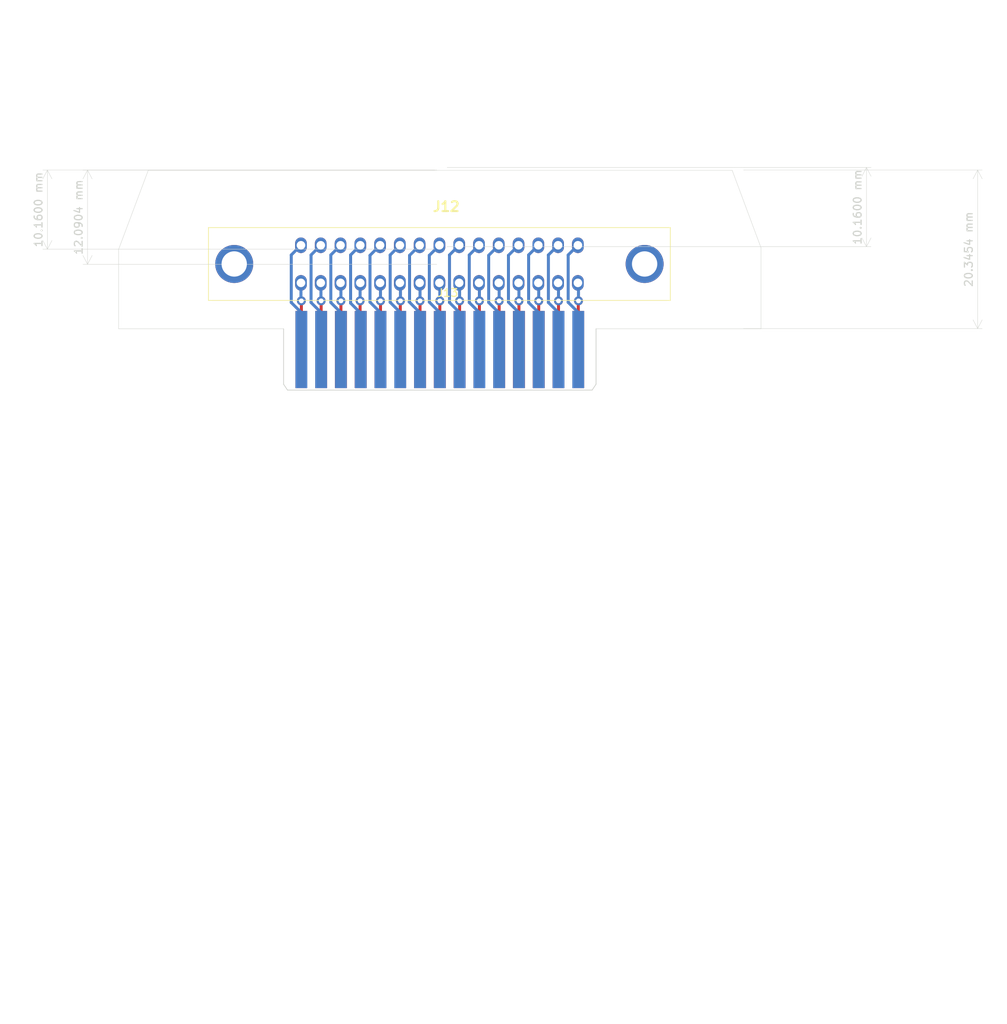
<source format=kicad_pcb>
(kicad_pcb (version 20221018) (generator pcbnew)
  (title_block (title "Portable Colecovision") (date "2024-01-03") (rev "DEV") (company "sparkletron") (comment 1 "Jay Convertino") (comment 2 "MIT LICENSE"))
  (layers (0 "F.Cu" signal) (31 "B.Cu" signal) (34 "B.Paste" user) (35 "F.Paste" user) (36 "B.SilkS" user "B.Silkscreen") (37 "F.SilkS" user "F.Silkscreen") (38 "B.Mask" user) (39 "F.Mask" user) (44 "Edge.Cuts" user))
  (net 0 "")
  (net 1 "Net-(J12-Pin_1)")
  (net 2 "Net-(J12-Pin_2)")
  (net 3 "Net-(J12-Pin_3)")
  (net 4 "Net-(J12-Pin_4)")
  (net 5 "Net-(J12-Pin_5)")
  (net 6 "Net-(J12-Pin_6)")
  (net 7 "Net-(J12-Pin_7)")
  (net 8 "Net-(J12-Pin_8)")
  (net 9 "Net-(J12-Pin_9)")
  (net 10 "Net-(J12-Pin_10)")
  (net 11 "Net-(J12-Pin_11)")
  (net 12 "Net-(J12-Pin_12)")
  (net 13 "Net-(J12-Pin_13)")
  (net 14 "Net-(J12-Pin_14)")
  (net 15 "Net-(J12-Pin_15)")
  (net 16 "Net-(J12-Pin_16)")
  (net 17 "Net-(J12-Pin_17)")
  (net 18 "Net-(J12-Pin_18)")
  (net 19 "Net-(J12-Pin_19)")
  (net 20 "Net-(J12-Pin_20)")
  (net 21 "Net-(J12-Pin_21)")
  (net 22 "Net-(J12-Pin_22)")
  (net 23 "Net-(J12-Pin_23)")
  (net 24 "Net-(J12-Pin_24)")
  (net 25 "Net-(J12-Pin_25)")
  (net 26 "Net-(J12-Pin_26)")
  (net 27 "Net-(J12-Pin_27)")
  (net 28 "Net-(J12-Pin_28)")
  (net 29 "Net-(J12-Pin_29)")
  (net 30 "Net-(J12-Pin_30)")
  (footprint "TE_5530841-2:55308412_coleco" (layer "F.Cu") (at 108.6866 133.2096 180)
    (fp_text reference "J12" (at -18.6588 9.791) (layer "F.SilkS") (effects (font (size 1.27 1.27) (thickness 0.254))))
    (fp_text value "Cartridge Port" hide)
    (fp_line (start -47.435 -2.25) (end -47.435 7.1) (stroke (width 0.1)) (layer "F.SilkS"))
    (fp_line (start -47.435 7.1) (end 11.875 7.1) (stroke (width 0.1)) (layer "F.SilkS"))
    (fp_line (start 11.875 -2.25) (end -47.435 -2.25) (stroke (width 0.1)) (layer "F.SilkS"))
    (fp_line (start 11.875 7.1) (end 11.875 -2.25) (stroke (width 0.1)) (layer "F.SilkS"))
    (pad "1" thru_hole oval (at 0 4.826 180) (size 1.5 2) (drill 1.1) (layers "*.Cu" "*.Mask") (net 1 "Net-(J12-Pin_1)"))
    (pad "2" thru_hole oval (at 0 0 180) (size 1.5 2) (drill 1.1) (layers "*.Cu" "*.Mask") (net 2 "Net-(J12-Pin_2)"))
    (pad "3" thru_hole oval (at -2.54 4.826 180) (size 1.5 2) (drill 1.1) (layers "*.Cu" "*.Mask") (net 3 "Net-(J12-Pin_3)"))
    (pad "4" thru_hole oval (at -2.54 0 180) (size 1.5 2) (drill 1.1) (layers "*.Cu" "*.Mask") (net 4 "Net-(J12-Pin_4)"))
    (pad "5" thru_hole oval (at -5.08 4.826 180) (size 1.5 2) (drill 1.1) (layers "*.Cu" "*.Mask") (net 5 "Net-(J12-Pin_5)"))
    (pad "6" thru_hole oval (at -5.08 0 180) (size 1.5 2) (drill 1.1) (layers "*.Cu" "*.Mask") (net 6 "Net-(J12-Pin_6)"))
    (pad "7" thru_hole oval (at -7.62 4.826 180) (size 1.5 2) (drill 1.1) (layers "*.Cu" "*.Mask") (net 7 "Net-(J12-Pin_7)"))
    (pad "8" thru_hole oval (at -7.62 0 180) (size 1.5 2) (drill 1.1) (layers "*.Cu" "*.Mask") (net 8 "Net-(J12-Pin_8)"))
    (pad "9" thru_hole oval (at -10.16 4.826 180) (size 1.5 2) (drill 1.1) (layers "*.Cu" "*.Mask") (net 9 "Net-(J12-Pin_9)"))
    (pad "10" thru_hole oval (at -10.16 0 180) (size 1.5 2) (drill 1.1) (layers "*.Cu" "*.Mask") (net 10 "Net-(J12-Pin_10)"))
    (pad "11" thru_hole oval (at -12.7 4.826 180) (size 1.5 2) (drill 1.1) (layers "*.Cu" "*.Mask") (net 11 "Net-(J12-Pin_11)"))
    (pad "12" thru_hole oval (at -12.7 0 180) (size 1.5 2) (drill 1.1) (layers "*.Cu" "*.Mask") (net 12 "Net-(J12-Pin_12)"))
    (pad "13" thru_hole oval (at -15.24 4.826 180) (size 1.5 2) (drill 1.1) (layers "*.Cu" "*.Mask") (net 13 "Net-(J12-Pin_13)"))
    (pad "14" thru_hole oval (at -15.24 0 180) (size 1.5 2) (drill 1.1) (layers "*.Cu" "*.Mask") (net 14 "Net-(J12-Pin_14)"))
    (pad "15" thru_hole oval (at -17.78 4.826 180) (size 1.5 2) (drill 1.1) (layers "*.Cu" "*.Mask") (net 15 "Net-(J12-Pin_15)"))
    (pad "16" thru_hole oval (at -17.78 0 180) (size 1.5 2) (drill 1.1) (layers "*.Cu" "*.Mask") (net 16 "Net-(J12-Pin_16)"))
    (pad "17" thru_hole oval (at -20.32 4.826 180) (size 1.5 2) (drill 1.1) (layers "*.Cu" "*.Mask") (net 17 "Net-(J12-Pin_17)"))
    (pad "18" thru_hole oval (at -20.32 0 180) (size 1.5 2) (drill 1.1) (layers "*.Cu" "*.Mask") (net 18 "Net-(J12-Pin_18)"))
    (pad "19" thru_hole oval (at -22.86 4.826 180) (size 1.5 2) (drill 1.1) (layers "*.Cu" "*.Mask") (net 19 "Net-(J12-Pin_19)"))
    (pad "20" thru_hole oval (at -22.86 0 180) (size 1.5 2) (drill 1.1) (layers "*.Cu" "*.Mask") (net 20 "Net-(J12-Pin_20)"))
    (pad "21" thru_hole oval (at -25.4 4.826 180) (size 1.5 2) (drill 1.1) (layers "*.Cu" "*.Mask") (net 21 "Net-(J12-Pin_21)"))
    (pad "22" thru_hole oval (at -25.4 0 180) (size 1.5 2) (drill 1.1) (layers "*.Cu" "*.Mask") (net 22 "Net-(J12-Pin_22)"))
    (pad "23" thru_hole oval (at -27.94 4.826 180) (size 1.5 2) (drill 1.1) (layers "*.Cu" "*.Mask") (net 23 "Net-(J12-Pin_23)"))
    (pad "24" thru_hole oval (at -27.94 0 180) (size 1.5 2) (drill 1.1) (layers "*.Cu" "*.Mask") (net 24 "Net-(J12-Pin_24)"))
    (pad "25" thru_hole oval (at -30.48 4.826 180) (size 1.5 2) (drill 1.1) (layers "*.Cu" "*.Mask") (net 25 "Net-(J12-Pin_25)"))
    (pad "26" thru_hole oval (at -30.48 0 180) (size 1.5 2) (drill 1.1) (layers "*.Cu" "*.Mask") (net 26 "Net-(J12-Pin_26)"))
    (pad "27" thru_hole oval (at -33.02 4.826 180) (size 1.5 2) (drill 1.1) (layers "*.Cu" "*.Mask") (net 27 "Net-(J12-Pin_27)"))
    (pad "28" thru_hole oval (at -33.02 0 180) (size 1.5 2) (drill 1.1) (layers "*.Cu" "*.Mask") (net 28 "Net-(J12-Pin_28)"))
    (pad "29" thru_hole oval (at -35.56 4.826 180) (size 1.5 2) (drill 1.1) (layers "*.Cu" "*.Mask") (net 29 "Net-(J12-Pin_29)"))
    (pad "30" thru_hole oval (at -35.56 0 180) (size 1.5 2) (drill 1.1) (layers "*.Cu" "*.Mask") (net 30 "Net-(J12-Pin_30)"))
    (pad "MH1" thru_hole circle (at 8.57 2.425 180) (size 4.875 4.875) (drill 3.25) (layers "*.Cu" "*.Mask"))
    (pad "MH2" thru_hole circle (at -44.13 2.425 180) (size 4.875 4.875) (drill 3.25) (layers "*.Cu" "*.Mask"))
  )
  (footprint "logos:sparkletron" (layer "F.Cu") (at 138.3842 226.960062)
    (fp_text reference "S1" hide)
    (fp_text value "sparkletron" hide)
  )
  (footprint "Connector_PCBEdge_EXT:Colecovision_Cartridge" (layer "F.Cu") (at 104.9274 143.6744)
    (fp_text reference "J13" (at 22.5958 -9.1814) (layer "F.SilkS"))
    (fp_text value "Cartridge Connector")
    (fp_line (start 1.524 2.54) (end 1.524 -4.572) (stroke (width 0.1)) (layer "Edge.Cuts"))
    (fp_line (start 2.032 3.302) (end 1.524 2.54) (stroke (width 0.1)) (layer "Edge.Cuts"))
    (fp_line (start 41.148 3.302) (end 2.032 3.302) (stroke (width 0.1)) (layer "Edge.Cuts"))
    (fp_line (start 41.656 -4.572) (end 41.656 2.54) (stroke (width 0.1)) (layer "Edge.Cuts"))
    (fp_line (start 41.656 2.54) (end 41.148 3.302) (stroke (width 0.1)) (layer "Edge.Cuts"))
    (pad "1" connect rect (at 3.81 -1.905) (size 1.524 9.906) (layers "B.Cu" "B.Mask") (net 1 "Net-(J12-Pin_1)"))
    (pad "2" connect rect (at 3.81 -1.905) (size 1.524 9.906) (layers "F.Cu" "F.Mask") (net 2 "Net-(J12-Pin_2)"))
    (pad "3" connect rect (at 6.35 -1.905) (size 1.524 9.906) (layers "B.Cu" "B.Mask") (net 3 "Net-(J12-Pin_3)"))
    (pad "4" connect rect (at 6.35 -1.905) (size 1.524 9.906) (layers "F.Cu" "F.Mask") (net 4 "Net-(J12-Pin_4)"))
    (pad "5" connect rect (at 8.89 -1.905) (size 1.524 9.906) (layers "B.Cu" "B.Mask") (net 5 "Net-(J12-Pin_5)"))
    (pad "6" connect rect (at 8.89 -1.905) (size 1.524 9.906) (layers "F.Cu" "F.Mask") (net 6 "Net-(J12-Pin_6)"))
    (pad "7" connect rect (at 11.43 -1.905) (size 1.524 9.906) (layers "B.Cu" "B.Mask") (net 7 "Net-(J12-Pin_7)"))
    (pad "8" connect rect (at 11.43 -1.905) (size 1.524 9.906) (layers "F.Cu" "F.Mask") (net 8 "Net-(J12-Pin_8)"))
    (pad "9" connect rect (at 13.97 -1.905) (size 1.524 9.906) (layers "B.Cu" "B.Mask") (net 9 "Net-(J12-Pin_9)"))
    (pad "10" connect rect (at 13.97 -1.905) (size 1.524 9.906) (layers "F.Cu" "F.Mask") (net 10 "Net-(J12-Pin_10)"))
    (pad "11" connect rect (at 16.51 -1.905) (size 1.524 9.906) (layers "B.Cu" "B.Mask") (net 11 "Net-(J12-Pin_11)"))
    (pad "12" connect rect (at 16.51 -1.905) (size 1.524 9.906) (layers "F.Cu" "F.Mask") (net 12 "Net-(J12-Pin_12)"))
    (pad "13" connect rect (at 19.05 -1.905) (size 1.524 9.906) (layers "B.Cu" "B.Mask") (net 13 "Net-(J12-Pin_13)"))
    (pad "14" connect rect (at 19.05 -1.905) (size 1.524 9.906) (layers "F.Cu" "F.Mask") (net 14 "Net-(J12-Pin_14)"))
    (pad "15" connect rect (at 21.59 -1.905) (size 1.524 9.906) (layers "B.Cu" "B.Mask") (net 15 "Net-(J12-Pin_15)"))
    (pad "16" connect rect (at 21.59 -1.905) (size 1.524 9.906) (layers "F.Cu" "F.Mask") (net 16 "Net-(J12-Pin_16)"))
    (pad "17" connect rect (at 24.13 -1.905) (size 1.524 9.906) (layers "B.Cu" "B.Mask") (net 17 "Net-(J12-Pin_17)"))
    (pad "18" connect rect (at 24.13 -1.905) (size 1.524 9.906) (layers "F.Cu" "F.Mask") (net 18 "Net-(J12-Pin_18)"))
    (pad "19" connect rect (at 26.67 -1.905) (size 1.524 9.906) (layers "B.Cu" "B.Mask") (net 19 "Net-(J12-Pin_19)"))
    (pad "20" connect rect (at 26.67 -1.905) (size 1.524 9.906) (layers "F.Cu" "F.Mask") (net 20 "Net-(J12-Pin_20)"))
    (pad "21" connect rect (at 29.21 -1.905) (size 1.524 9.906) (layers "B.Cu" "B.Mask") (net 21 "Net-(J12-Pin_21)"))
    (pad "22" connect rect (at 29.21 -1.905) (size 1.524 9.906) (layers "F.Cu" "F.Mask") (net 22 "Net-(J12-Pin_22)"))
    (pad "23" connect rect (at 31.75 -1.905) (size 1.524 9.906) (layers "B.Cu" "B.Mask") (net 23 "Net-(J12-Pin_23)"))
    (pad "24" connect rect (at 31.75 -1.905) (size 1.524 9.906) (layers "F.Cu" "F.Mask") (net 24 "Net-(J12-Pin_24)"))
    (pad "25" connect rect (at 34.29 -1.905) (size 1.524 9.906) (layers "B.Cu" "B.Mask") (net 25 "Net-(J12-Pin_25)"))
    (pad "26" connect rect (at 34.29 -1.905) (size 1.524 9.906) (layers "F.Cu" "F.Mask") (net 26 "Net-(J12-Pin_26)"))
    (pad "27" connect rect (at 36.83 -1.905) (size 1.524 9.906) (layers "B.Cu" "B.Mask") (net 27 "Net-(J12-Pin_27)"))
    (pad "28" connect rect (at 36.83 -1.905) (size 1.524 9.906) (layers "F.Cu" "F.Mask") (net 28 "Net-(J12-Pin_28)"))
    (pad "29" connect rect (at 39.37 -1.905) (size 1.524 9.906) (layers "B.Cu" "B.Mask") (net 29 "Net-(J12-Pin_29)"))
    (pad "30" connect rect (at 39.37 -1.905) (size 1.524 9.906) (layers "F.Cu" "F.Mask") (net 30 "Net-(J12-Pin_30)"))
  )
  (gr_line (start 106.4514 139.1024) (end 85.2678 139.1024) (stroke (width 0.05)) (layer "Edge.Cuts"))
  (gr_line (start 89.0778 118.757) (end 164.0586 118.757) (stroke (width 0.05)) (layer "Edge.Cuts"))
  (gr_line (start 85.2678 128.917) (end 89.0778 118.757) (stroke (width 0.05)) (layer "Edge.Cuts"))
  (gr_line (start 85.2678 139.1024) (end 85.2678 128.917) (stroke (width 0.05)) (layer "Edge.Cuts"))
  (gr_line (start 164.0586 118.757) (end 167.767 128.7138) (stroke (width 0.05)) (layer "Edge.Cuts"))
  (gr_line (start 146.5834 139.1024) (end 167.767 139.1024) (stroke (width 0.05)) (layer "Edge.Cuts"))
  (gr_line (start 167.767 139.1024) (end 167.767 128.7138) (stroke (width 0.05)) (layer "Edge.Cuts"))
  (dimension (type aligned) (layer "Edge.Cuts") (pts (xy 126.3498 118.7316) (xy 126.3498 128.8916)) (height 50.226) (gr_text "400.0000 mils" (at 74.9738 123.8116 90) (layer "Edge.Cuts") (effects (font (size 1 1) (thickness 0.15)))) (format (prefix "") (suffix "") (units 3) (units_format 1) (precision 4)) (style (thickness 0.05) (arrow_length 1.27) (text_position_mode 0) (extension_height 0.58642) (extension_offset 0.5) keep_text_aligned))
  (dimension (type aligned) (layer "Edge.Cuts") (pts (xy 126.6292 130.822) (xy 126.6292 118.7316)) (height -45.3492) (gr_text "476.0000 mils" (at 80.13 124.7768 90) (layer "Edge.Cuts") (effects (font (size 1 1) (thickness 0.15)))) (format (prefix "") (suffix "") (units 3) (units_format 1) (precision 4)) (style (thickness 0.05) (arrow_length 1.27) (text_position_mode 0) (extension_height 0.58642) (extension_offset 0.5) keep_text_aligned))
  (dimension (type aligned) (layer "Edge.Cuts") (pts (xy 165.0238 139.077) (xy 165.0238 118.7316)) (height 30.5562) (gr_text "801.0000 mils" (at 194.43 128.9043 90) (layer "Edge.Cuts") (effects (font (size 1 1) (thickness 0.15)))) (format (prefix "") (suffix "") (units 3) (units_format 1) (precision 4)) (style (thickness 0.05) (arrow_length 1.27) (text_position_mode 0) (extension_height 0.58642) (extension_offset 0.5) keep_text_aligned))
  (dimension (type aligned) (layer "Edge.Cuts") (pts (xy 126.9492 118.4014) (xy 126.9492 128.5614)) (height -54.356) (gr_text "400.0000 mils" (at 180.1552 123.4814 90) (layer "Edge.Cuts") (effects (font (size 1 1) (thickness 0.15)))) (format (prefix "") (suffix "") (units 3) (units_format 1) (precision 4)) (style (thickness 0.05) (arrow_length 1.27) (text_position_mode 0) (extension_height 0.58642) (extension_offset 0.5) keep_text_aligned))
  (segment (start 107.4413 129.6289) (end 108.6866 128.3836) (width 0.381) (layer "B.Cu") (net 1))
  (segment (start 107.4413 135.733584) (end 107.4413 129.6289) (width 0.381) (layer "B.Cu") (net 1))
  (segment (start 108.7374 141.7694) (end 108.7374 137.029684) (width 0.381) (layer "B.Cu") (net 1))
  (segment (start 108.7374 137.029684) (end 107.4413 135.733584) (width 0.381) (layer "B.Cu") (net 1))
  (segment (start 108.7374 135.6988) (end 108.6866 135.648) (width 0.381) (layer "F.Cu") (net 2))
  (segment (start 108.7374 141.7694) (end 108.7374 135.6988) (width 0.381) (layer "F.Cu") (net 2))
  (via (at 108.7374 135.521) (size 1.143) (drill 0.6096) (layers "F.Cu" "B.Cu") (net 2))
  (segment (start 108.6866 135.648) (end 108.6866 133.2096) (width 0.381) (layer "B.Cu") (net 2))
  (segment (start 111.2774 137.029684) (end 109.9813 135.733584) (width 0.381) (layer "B.Cu") (net 3))
  (segment (start 109.9813 129.6289) (end 111.2266 128.3836) (width 0.381) (layer "B.Cu") (net 3))
  (segment (start 109.9813 135.733584) (end 109.9813 129.6289) (width 0.381) (layer "B.Cu") (net 3))
  (segment (start 111.2774 141.7694) (end 111.2774 137.029684) (width 0.381) (layer "B.Cu") (net 3))
  (segment (start 111.2774 135.5972) (end 111.252 135.5718) (width 0.381) (layer "F.Cu") (net 4))
  (segment (start 111.2774 141.7694) (end 111.2774 135.5972) (width 0.381) (layer "F.Cu") (net 4))
  (via (at 111.2774 135.521) (size 1.143) (drill 0.6096) (layers "F.Cu" "B.Cu") (net 4))
  (segment (start 111.252 135.5718) (end 111.252 133.235) (width 0.381) (layer "B.Cu") (net 4))
  (segment (start 111.252 133.235) (end 111.2266 133.2096) (width 0.381) (layer "B.Cu") (net 4))
  (segment (start 112.5213 129.6289) (end 113.7666 128.3836) (width 0.381) (layer "B.Cu") (net 5))
  (segment (start 112.5213 135.733584) (end 112.5213 129.6289) (width 0.381) (layer "B.Cu") (net 5))
  (segment (start 113.8174 137.029684) (end 112.5213 135.733584) (width 0.381) (layer "B.Cu") (net 5))
  (segment (start 113.8174 141.7694) (end 113.8174 137.029684) (width 0.381) (layer "B.Cu") (net 5))
  (segment (start 113.8174 141.7694) (end 113.8174 135.5972) (width 0.381) (layer "F.Cu") (net 6))
  (via (at 113.8174 135.521) (size 1.143) (drill 0.6096) (layers "F.Cu" "B.Cu") (net 6))
  (segment (start 113.8174 133.2604) (end 113.7666 133.2096) (width 0.381) (layer "B.Cu") (net 6))
  (segment (start 113.8174 135.5972) (end 113.8174 133.2604) (width 0.381) (layer "B.Cu") (net 6))
  (segment (start 115.0613 135.809784) (end 115.0613 129.6289) (width 0.381) (layer "B.Cu") (net 7))
  (segment (start 116.3574 141.7694) (end 116.3574 137.105884) (width 0.381) (layer "B.Cu") (net 7))
  (segment (start 115.0613 129.6289) (end 116.3066 128.3836) (width 0.381) (layer "B.Cu") (net 7))
  (segment (start 116.3574 137.105884) (end 115.0613 135.809784) (width 0.381) (layer "B.Cu") (net 7))
  (segment (start 116.2812 141.7694) (end 116.2812 135.7242) (width 0.381) (layer "F.Cu") (net 8))
  (segment (start 116.3574 135.7242) (end 116.2812 135.648) (width 0.381) (layer "F.Cu") (net 8))
  (via (at 116.2812 135.521) (size 1.143) (drill 0.6096) (layers "F.Cu" "B.Cu") (net 8))
  (segment (start 116.2812 135.648) (end 116.2812 133.235) (width 0.381) (layer "B.Cu") (net 8))
  (segment (start 116.2812 133.235) (end 116.3066 133.2096) (width 0.381) (layer "B.Cu") (net 8))
  (segment (start 117.5519 135.684184) (end 117.5519 129.6783) (width 0.381) (layer "B.Cu") (net 9))
  (segment (start 117.5519 129.6783) (end 118.8466 128.3836) (width 0.381) (layer "B.Cu") (net 9))
  (segment (start 118.8974 141.7694) (end 118.8974 137.029684) (width 0.381) (layer "B.Cu") (net 9))
  (segment (start 118.8974 137.029684) (end 117.5519 135.684184) (width 0.381) (layer "B.Cu") (net 9))
  (segment (start 118.8974 141.7694) (end 118.8974 135.5972) (width 0.381) (layer "F.Cu") (net 10))
  (via (at 118.8974 135.521) (size 1.143) (drill 0.6096) (layers "F.Cu" "B.Cu") (net 10))
  (segment (start 118.8974 133.2604) (end 118.8466 133.2096) (width 0.381) (layer "B.Cu") (net 10))
  (segment (start 118.8974 135.5972) (end 118.8974 133.2604) (width 0.381) (layer "B.Cu") (net 10))
  (segment (start 120.1413 129.6289) (end 121.3866 128.3836) (width 0.381) (layer "B.Cu") (net 11))
  (segment (start 121.4374 137.004284) (end 120.1413 135.708184) (width 0.381) (layer "B.Cu") (net 11))
  (segment (start 120.1413 135.708184) (end 120.1413 129.6289) (width 0.381) (layer "B.Cu") (net 11))
  (segment (start 121.4374 141.7694) (end 121.4374 137.004284) (width 0.381) (layer "B.Cu") (net 11))
  (segment (start 121.4374 141.7694) (end 121.4374 135.5464) (width 0.381) (layer "F.Cu") (net 12))
  (segment (start 121.4374 135.5464) (end 121.4628 135.521) (width 0.381) (layer "F.Cu") (net 12))
  (via (at 121.4628 135.521) (size 1.143) (drill 0.6096) (layers "F.Cu" "B.Cu") (net 12))
  (segment (start 121.4628 133.2858) (end 121.3866 133.2096) (width 0.381) (layer "B.Cu") (net 12))
  (segment (start 121.4628 135.521) (end 121.4628 133.2858) (width 0.381) (layer "B.Cu") (net 12))
  (segment (start 122.5804 135.648) (end 122.6319 135.5965) (width 0.381) (layer "B.Cu") (net 13))
  (segment (start 123.9774 141.7694) (end 123.9774 137.045) (width 0.381) (layer "B.Cu") (net 13))
  (segment (start 123.9774 137.045) (end 122.5804 135.648) (width 0.381) (layer "B.Cu") (net 13))
  (segment (start 122.6319 129.6783) (end 123.9266 128.3836) (width 0.381) (layer "B.Cu") (net 13))
  (segment (start 122.6319 135.5965) (end 122.6319 129.6783) (width 0.381) (layer "B.Cu") (net 13))
  (segment (start 123.9774 141.7694) (end 123.9774 135.5718) (width 0.381) (layer "F.Cu") (net 14))
  (via (at 123.9774 135.521) (size 1.143) (drill 0.6096) (layers "F.Cu" "B.Cu") (net 14))
  (segment (start 123.9774 135.5718) (end 123.9774 133.2604) (width 0.381) (layer "B.Cu") (net 14))
  (segment (start 123.9774 133.2604) (end 123.9266 133.2096) (width 0.381) (layer "B.Cu") (net 14))
  (segment (start 126.5174 137.029684) (end 125.1719 135.684184) (width 0.381) (layer "B.Cu") (net 15))
  (segment (start 125.1719 135.684184) (end 125.1719 129.6783) (width 0.381) (layer "B.Cu") (net 15))
  (segment (start 126.5174 141.7694) (end 126.5174 137.029684) (width 0.381) (layer "B.Cu") (net 15))
  (segment (start 125.1719 129.6783) (end 126.4666 128.3836) (width 0.381) (layer "B.Cu") (net 15))
  (segment (start 126.5174 141.7694) (end 126.5174 135.521) (width 0.381) (layer "F.Cu") (net 16))
  (via (at 126.5174 135.521) (size 1.143) (drill 0.6096) (layers "F.Cu" "B.Cu") (net 16))
  (segment (start 126.5174 135.521) (end 126.5174 133.2604) (width 0.381) (layer "B.Cu") (net 16))
  (segment (start 126.5174 133.2604) (end 126.4666 133.2096) (width 0.381) (layer "B.Cu") (net 16))
  (segment (start 129.0574 141.7694) (end 129.0574 137.029684) (width 0.381) (layer "B.Cu") (net 17))
  (segment (start 129.0574 137.029684) (end 127.7613 135.733584) (width 0.381) (layer "B.Cu") (net 17))
  (segment (start 127.7613 129.6289) (end 129.0066 128.3836) (width 0.381) (layer "B.Cu") (net 17))
  (segment (start 127.7613 135.733584) (end 127.7613 129.6289) (width 0.381) (layer "B.Cu") (net 17))
  (segment (start 129.0574 141.7694) (end 129.0574 135.5464) (width 0.381) (layer "F.Cu") (net 18))
  (via (at 129.0574 135.521) (size 1.143) (drill 0.6096) (layers "F.Cu" "B.Cu") (net 18))
  (segment (start 129.0574 135.5464) (end 129.0574 133.2604) (width 0.381) (layer "B.Cu") (net 18))
  (segment (start 129.0574 133.2604) (end 129.0066 133.2096) (width 0.381) (layer "B.Cu") (net 18))
  (segment (start 130.3013 129.6289) (end 131.5466 128.3836) (width 0.381) (layer "B.Cu") (net 19))
  (segment (start 131.5974 137.029684) (end 130.3013 135.733584) (width 0.381) (layer "B.Cu") (net 19))
  (segment (start 130.3013 135.733584) (end 130.3013 129.6289) (width 0.381) (layer "B.Cu") (net 19))
  (segment (start 131.5974 141.7694) (end 131.5974 137.029684) (width 0.381) (layer "B.Cu") (net 19))
  (segment (start 131.5974 141.7694) (end 131.5974 135.5972) (width 0.381) (layer "F.Cu") (net 20))
  (via (at 131.5974 135.521) (size 1.143) (drill 0.6096) (layers "F.Cu" "B.Cu") (net 20))
  (segment (start 131.5974 135.5972) (end 131.5974 133.2604) (width 0.381) (layer "B.Cu") (net 20))
  (segment (start 131.5974 133.2604) (end 131.5466 133.2096) (width 0.381) (layer "B.Cu") (net 20))
  (segment (start 134.1374 141.7694) (end 134.1374 137.0704) (width 0.381) (layer "B.Cu") (net 21))
  (segment (start 132.7919 135.7249) (end 132.7919 129.6783) (width 0.381) (layer "B.Cu") (net 21))
  (segment (start 132.7919 129.6783) (end 134.0866 128.3836) (width 0.381) (layer "B.Cu") (net 21))
  (segment (start 134.1374 137.0704) (end 132.7919 135.7249) (width 0.381) (layer "B.Cu") (net 21))
  (segment (start 134.1374 141.7694) (end 134.1374 135.5464) (width 0.381) (layer "F.Cu") (net 22))
  (via (at 134.1374 135.521) (size 1.143) (drill 0.6096) (layers "F.Cu" "B.Cu") (net 22))
  (segment (start 134.1374 135.5464) (end 134.1374 133.2604) (width 0.381) (layer "B.Cu") (net 22))
  (segment (start 134.1374 133.2604) (end 134.0866 133.2096) (width 0.381) (layer "B.Cu") (net 22))
  (segment (start 135.3312 129.679) (end 136.6266 128.3836) (width 0.381) (layer "B.Cu") (net 23))
  (segment (start 136.6774 137.029684) (end 135.3312 135.683484) (width 0.381) (layer "B.Cu") (net 23))
  (segment (start 136.6774 141.7694) (end 136.6774 137.029684) (width 0.381) (layer "B.Cu") (net 23))
  (segment (start 135.3312 135.683484) (end 135.3312 129.679) (width 0.381) (layer "B.Cu") (net 23))
  (segment (start 136.6774 141.7694) (end 136.6774 135.521) (width 0.381) (layer "F.Cu") (net 24))
  (via (at 136.6774 135.521) (size 1.143) (drill 0.6096) (layers "F.Cu" "B.Cu") (net 24))
  (segment (start 136.6774 135.521) (end 136.6774 133.2604) (width 0.381) (layer "B.Cu") (net 24))
  (segment (start 136.6774 133.2604) (end 136.6266 133.2096) (width 0.381) (layer "B.Cu") (net 24))
  (segment (start 137.9213 135.733584) (end 137.9213 129.6289) (width 0.381) (layer "B.Cu") (net 25))
  (segment (start 139.2174 141.7694) (end 139.2174 137.029684) (width 0.381) (layer "B.Cu") (net 25))
  (segment (start 137.9213 129.6289) (end 139.1666 128.3836) (width 0.381) (layer "B.Cu") (net 25))
  (segment (start 139.2174 137.029684) (end 137.9213 135.733584) (width 0.381) (layer "B.Cu") (net 25))
  (segment (start 139.2174 141.7694) (end 139.2174 135.4956) (width 0.381) (layer "F.Cu") (net 26))
  (via (at 139.2174 135.521) (size 1.143) (drill 0.6096) (layers "F.Cu" "B.Cu") (net 26))
  (segment (start 139.2174 133.2604) (end 139.1666 133.2096) (width 0.381) (layer "B.Cu") (net 26))
  (segment (start 139.2174 135.4956) (end 139.2174 133.2604) (width 0.381) (layer "B.Cu") (net 26))
  (segment (start 140.4613 135.733584) (end 140.4613 129.6289) (width 0.381) (layer "B.Cu") (net 27))
  (segment (start 141.7574 137.029684) (end 140.4613 135.733584) (width 0.381) (layer "B.Cu") (net 27))
  (segment (start 141.7574 141.7694) (end 141.7574 137.029684) (width 0.381) (layer "B.Cu") (net 27))
  (segment (start 140.4613 129.6289) (end 141.7066 128.3836) (width 0.381) (layer "B.Cu") (net 27))
  (segment (start 141.7574 135.4956) (end 141.7574 141.7694) (width 0.381) (layer "F.Cu") (net 28))
  (via (at 141.7574 135.521) (size 1.143) (drill 0.6096) (layers "F.Cu" "B.Cu") (net 28))
  (segment (start 141.7574 135.4956) (end 141.7574 133.2604) (width 0.381) (layer "B.Cu") (net 28))
  (segment (start 141.7574 133.2604) (end 141.7066 133.2096) (width 0.381) (layer "B.Cu") (net 28))
  (segment (start 144.2974 141.7694) (end 144.2974 137.004284) (width 0.381) (layer "B.Cu") (net 29))
  (segment (start 144.2974 137.004284) (end 143.0013 135.708184) (width 0.381) (layer "B.Cu") (net 29))
  (segment (start 143.0013 135.708184) (end 143.0013 129.6289) (width 0.381) (layer "B.Cu") (net 29))
  (segment (start 143.0013 129.6289) (end 144.2466 128.3836) (width 0.381) (layer "B.Cu") (net 29))
  (segment (start 144.2974 135.5464) (end 144.2974 141.7694) (width 0.381) (layer "F.Cu") (net 30))
  (segment (start 144.3228 135.521) (end 144.2974 135.5464) (width 0.381) (layer "F.Cu") (net 30))
  (via (at 144.3228 135.521) (size 1.143) (drill 0.6096) (layers "F.Cu" "B.Cu") (net 30))
  (segment (start 144.3228 133.2858) (end 144.2466 133.2096) (width 0.381) (layer "B.Cu") (net 30))
  (segment (start 144.3228 135.521) (end 144.3228 133.2858) (width 0.381) (layer "B.Cu") (net 30))
)
</source>
